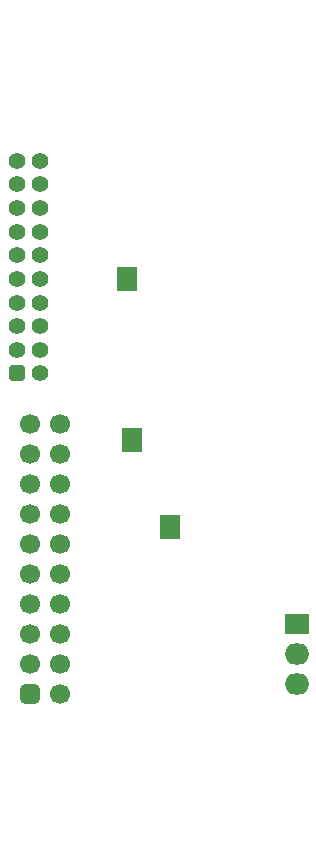
<source format=gbs>
G04*
G04 #@! TF.GenerationSoftware,Altium Limited,Altium Designer,23.3.1 (30)*
G04*
G04 Layer_Color=16711935*
%FSLAX44Y44*%
%MOMM*%
G71*
G04*
G04 #@! TF.SameCoordinates,AFC9A265-922B-4258-BEE4-7106DEA6A0D1*
G04*
G04*
G04 #@! TF.FilePolarity,Negative*
G04*
G01*
G75*
%ADD24R,2.1000X1.8000*%
%ADD25O,2.1000X1.8000*%
%ADD26R,1.8000X2.1000*%
%ADD27C,0.1000*%
%ADD28C,1.4000*%
G04:AMPARAMS|DCode=29|XSize=1.4mm|YSize=1.4mm|CornerRadius=0.375mm|HoleSize=0mm|Usage=FLASHONLY|Rotation=90.000|XOffset=0mm|YOffset=0mm|HoleType=Round|Shape=RoundedRectangle|*
%AMROUNDEDRECTD29*
21,1,1.4000,0.6500,0,0,90.0*
21,1,0.6500,1.4000,0,0,90.0*
1,1,0.7500,0.3250,0.3250*
1,1,0.7500,0.3250,-0.3250*
1,1,0.7500,-0.3250,-0.3250*
1,1,0.7500,-0.3250,0.3250*
%
%ADD29ROUNDEDRECTD29*%
%ADD30C,1.7000*%
G04:AMPARAMS|DCode=31|XSize=1.7mm|YSize=1.7mm|CornerRadius=0.45mm|HoleSize=0mm|Usage=FLASHONLY|Rotation=90.000|XOffset=0mm|YOffset=0mm|HoleType=Round|Shape=RoundedRectangle|*
%AMROUNDEDRECTD31*
21,1,1.7000,0.8000,0,0,90.0*
21,1,0.8000,1.7000,0,0,90.0*
1,1,0.9000,0.4000,0.4000*
1,1,0.9000,0.4000,-0.4000*
1,1,0.9000,-0.4000,-0.4000*
1,1,0.9000,-0.4000,0.4000*
%
%ADD31ROUNDEDRECTD31*%
D24*
X274750Y219650D02*
D03*
D25*
Y194250D02*
D03*
Y168850D02*
D03*
D26*
X168000Y301750D02*
D03*
X135750Y375500D02*
D03*
X131000Y511500D02*
D03*
D27*
X260000Y730000D02*
D03*
Y40000D02*
D03*
X47500Y730000D02*
D03*
Y40000D02*
D03*
D28*
X57800Y611650D02*
D03*
X37800D02*
D03*
X57800Y591650D02*
D03*
X37800D02*
D03*
X57800Y571650D02*
D03*
X37800D02*
D03*
X57800Y551650D02*
D03*
X37800D02*
D03*
X57800Y531650D02*
D03*
X37800D02*
D03*
X57800Y511650D02*
D03*
X37800D02*
D03*
X57800Y491650D02*
D03*
X37800D02*
D03*
X57800Y471650D02*
D03*
X37800D02*
D03*
X57800Y451650D02*
D03*
X37800D02*
D03*
X57800Y431650D02*
D03*
D29*
X37800D02*
D03*
D30*
X74400Y160000D02*
D03*
X49000Y185400D02*
D03*
X74400D02*
D03*
X49000Y210800D02*
D03*
X74400D02*
D03*
X49000Y236200D02*
D03*
X74400D02*
D03*
X49000Y261600D02*
D03*
X74400D02*
D03*
X49000Y287000D02*
D03*
X74400D02*
D03*
X49000Y312400D02*
D03*
X74400D02*
D03*
X49000Y337800D02*
D03*
X74400D02*
D03*
X49000Y363200D02*
D03*
X74400D02*
D03*
X49000Y388600D02*
D03*
X74400D02*
D03*
D31*
X49000Y160000D02*
D03*
M02*

</source>
